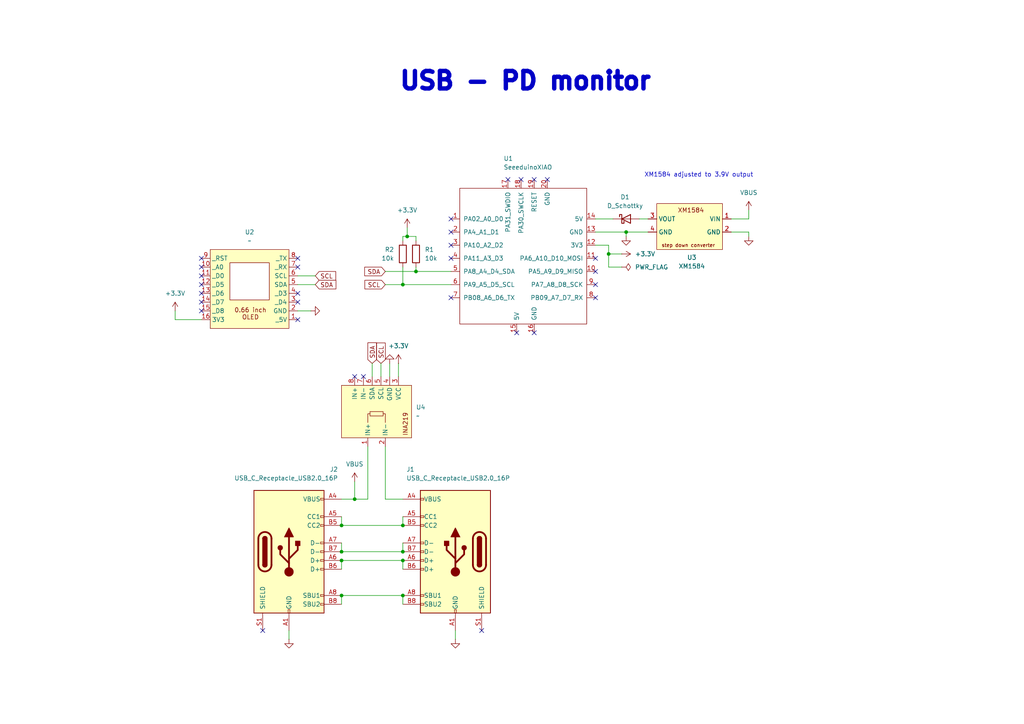
<source format=kicad_sch>
(kicad_sch (version 20250114) (generator "eeschema") (generator_version "9.0")
  (paper "A4")
  (lib_symbols
    (symbol "Connector:USB_C_Receptacle_USB2.0_16P" (pin_names (offset 1.016))
      (property "Reference" "J" (at 0 22.225 0))
      (property "Value" "USB_C_Receptacle_USB2.0_16P" (at 0 19.685 0))
      (symbol "USB_C_Receptacle_USB2.0_16P_0_0"
        (rectangle (start -0.254 -17.78) (end 0.254 -16.764))
        (rectangle (start 10.16 15.494) (end 9.144 14.986))
        (rectangle (start 10.16 10.414) (end 9.144 9.906))
        (rectangle (start 10.16 7.874) (end 9.144 7.366))
        (rectangle (start 10.16 2.794) (end 9.144 2.286))
        (rectangle (start 10.16 0.254) (end 9.144 -0.254))
        (rectangle (start 10.16 -2.286) (end 9.144 -2.794))
        (rectangle (start 10.16 -4.826) (end 9.144 -5.334))
        (rectangle (start 10.16 -12.446) (end 9.144 -12.954))
        (rectangle (start 10.16 -14.986) (end 9.144 -15.494))
      )
      (symbol "USB_C_Receptacle_USB2.0_16P_0_1"
        (rectangle (start -10.16 17.78) (end 10.16 -17.78) (stroke (width 0.254)) (fill (type background)))
        (polyline (pts (xy -8.89 -3.81) (xy -8.89 3.81)) (stroke (width 0.508)))
        (rectangle (start -7.62 -3.81) (end -6.35 3.81) (stroke (width 0.254)) (fill (type outline)))
        (arc (start -7.62 3.81) (mid -6.985 4.4423) (end -6.35 3.81) (stroke (width 0.254)))
        (arc (start -7.62 3.81) (mid -6.985 4.4423) (end -6.35 3.81) (stroke (width 0.254)) (fill (type outline)))
        (arc (start -8.89 3.81) (mid -6.985 5.7067) (end -5.08 3.81) (stroke (width 0.508)))
        (arc (start -5.08 -3.81) (mid -6.985 -5.7067) (end -8.89 -3.81) (stroke (width 0.508)))
        (arc (start -6.35 -3.81) (mid -6.985 -4.4423) (end -7.62 -3.81) (stroke (width 0.254)))
        (arc (start -6.35 -3.81) (mid -6.985 -4.4423) (end -7.62 -3.81) (stroke (width 0.254)) (fill (type outline)))
        (polyline (pts (xy -5.08 3.81) (xy -5.08 -3.81)) (stroke (width 0.508)))
        (circle (center -2.54 1.143) (radius 0.635) (stroke (width 0.254)) (fill (type outline)))
        (polyline (pts (xy -1.27 4.318) (xy 0 6.858) (xy 1.27 4.318) (xy -1.27 4.318)) (stroke (width 0.254)) (fill (type outline)))
        (polyline (pts (xy 0 -2.032) (xy 2.54 0.508) (xy 2.54 1.778)) (stroke (width 0.508)))
        (polyline (pts (xy 0 -3.302) (xy -2.54 -0.762) (xy -2.54 0.508)) (stroke (width 0.508)))
        (polyline (pts (xy 0 -5.842) (xy 0 4.318)) (stroke (width 0.508)))
        (circle (center 0 -5.842) (radius 1.27) (fill (type outline)))
        (rectangle (start 1.905 1.778) (end 3.175 3.048) (stroke (width 0.254)) (fill (type outline)))
      )
      (symbol "USB_C_Receptacle_USB2.0_16P_1_1"
        (pin passive line (at -7.62 -22.86 90) (length 5.08) (name "SHIELD") (number "S1"))
        (pin passive line (at 0 -22.86 90) (length 5.08) (name "GND") (number "A1"))
        (pin passive line (at 0 -22.86 90) (length 5.08) (hide yes) (name "GND") (number "A12"))
        (pin passive line (at 0 -22.86 90) (length 5.08) (hide yes) (name "GND") (number "B1"))
        (pin passive line (at 0 -22.86 90) (length 5.08) (hide yes) (name "GND") (number "B12"))
        (pin passive line (at 15.24 15.24 180) (length 5.08) (name "VBUS") (number "A4"))
        (pin passive line (at 15.24 15.24 180) (length 5.08) (hide yes) (name "VBUS") (number "A9"))
        (pin passive line (at 15.24 15.24 180) (length 5.08) (hide yes) (name "VBUS") (number "B4"))
        (pin passive line (at 15.24 15.24 180) (length 5.08) (hide yes) (name "VBUS") (number "B9"))
        (pin bidirectional line (at 15.24 10.16 180) (length 5.08) (name "CC1") (number "A5"))
        (pin bidirectional line (at 15.24 7.62 180) (length 5.08) (name "CC2") (number "B5"))
        (pin bidirectional line (at 15.24 2.54 180) (length 5.08) (name "D-") (number "A7"))
        (pin bidirectional line (at 15.24 0 180) (length 5.08) (name "D-") (number "B7"))
        (pin bidirectional line (at 15.24 -2.54 180) (length 5.08) (name "D+") (number "A6"))
        (pin bidirectional line (at 15.24 -5.08 180) (length 5.08) (name "D+") (number "B6"))
        (pin bidirectional line (at 15.24 -12.7 180) (length 5.08) (name "SBU1") (number "A8"))
        (pin bidirectional line (at 15.24 -15.24 180) (length 5.08) (name "SBU2") (number "B8"))
      )
    )
    (symbol "Device:D_Schottky" (pin_numbers (hide yes)) (pin_names (offset 1.016) (hide yes))
      (property "Reference" "D" (at 0 2.54 0))
      (property "Value" "D_Schottky" (at 0 -2.54 0))
      (symbol "D_Schottky_0_1"
        (polyline (pts (xy -1.905 0.635) (xy -1.905 1.27) (xy -1.27 1.27) (xy -1.27 -1.27) (xy -0.635 -1.27) (xy -0.635 -0.635)) (stroke (width 0.254)))
        (polyline (pts (xy 1.27 1.27) (xy 1.27 -1.27) (xy -1.27 0) (xy 1.27 1.27)) (stroke (width 0.254)))
        (polyline (pts (xy 1.27 0) (xy -1.27 0)))
      )
      (symbol "D_Schottky_1_1"
        (pin passive line (at -3.81 0 0) (length 2.54) (name "K") (number "1"))
        (pin passive line (at 3.81 0 180) (length 2.54) (name "A") (number "2"))
      )
    )
    (symbol "Device:R" (pin_numbers (hide yes)) (pin_names (offset 0))
      (property "Reference" "R" (at 2.032 0 90))
      (property "Value" "R" (at 0 0 90))
      (symbol "R_0_1"
        (rectangle (start -1.016 -2.54) (end 1.016 2.54) (stroke (width 0.254)))
      )
      (symbol "R_1_1"
        (pin passive line (at 0 3.81 270) (length 1.27) (name "~") (number "1"))
        (pin passive line (at 0 -3.81 90) (length 1.27) (name "~") (number "2"))
      )
    )
    (symbol "New_Library:OLED_0_66"
      (property "Reference" "U" (at 0 13.97 0))
      (symbol "OLED_0_66_1_1"
        (rectangle (start -11.43 11.43) (end 11.43 -11.43) (fill (type background)))
        (rectangle (start -5.715 7.62) (end 5.715 -3.175) (fill (type color) (color 255 255 255 1)))
        (text "0.66 inch\nOLED" (at 0.254 -7.112 0) (effects (font (size 1.27 1.27))))
        (pin input line (at -13.97 8.89 0) (length 2.54) (name "_RST") (number "9"))
        (pin input line (at -13.97 6.35 0) (length 2.54) (name "_A0") (number "10"))
        (pin input line (at -13.97 3.81 0) (length 2.54) (name "_D0") (number "11"))
        (pin input line (at -13.97 1.27 0) (length 2.54) (name "_D5") (number "12"))
        (pin input line (at -13.97 -1.27 0) (length 2.54) (name "_D6") (number "13"))
        (pin input line (at -13.97 -3.81 0) (length 2.54) (name "_D7") (number "14"))
        (pin input line (at -13.97 -6.35 0) (length 2.54) (name "_D8") (number "15"))
        (pin input line (at -13.97 -8.89 0) (length 2.54) (name "3V3") (number "16"))
        (pin input line (at 13.97 8.89 180) (length 2.54) (name "_TX") (number "8"))
        (pin input line (at 13.97 6.35 180) (length 2.54) (name "_RX") (number "7"))
        (pin input line (at 13.97 3.81 180) (length 2.54) (name "SCL") (number "6"))
        (pin input line (at 13.97 1.27 180) (length 2.54) (name "SDA") (number "5"))
        (pin input line (at 13.97 -1.27 180) (length 2.54) (name "_D3") (number "4"))
        (pin input line (at 13.97 -3.81 180) (length 2.54) (name "_D4") (number "3"))
        (pin input line (at 13.97 -6.35 180) (length 2.54) (name "GND") (number "2"))
        (pin input line (at 13.97 -8.89 180) (length 2.54) (name "_5V") (number "1"))
      )
    )
    (symbol "New_Library:XM1584"
      (property "Reference" "U" (at 0 12.192 0))
      (symbol "XM1584_1_1"
        (rectangle (start -8.89 5.715) (end 10.16 -7.62) (fill (type background)))
        (text "XM1584" (at 0.254 3.81 0) (effects (font (size 1.27 1.27))))
        (text "step down converter" (at 1.016 -6.35 0) (effects (font (size 1 1))))
        (pin input line (at -11.43 1.27 0) (length 2.54) (name "VIN") (number "1"))
        (pin input line (at -11.43 -2.54 0) (length 2.54) (name "GND") (number "2"))
        (pin input line (at 12.7 1.27 180) (length 2.54) (name "VOUT") (number "3"))
        (pin input line (at 12.7 -2.54 180) (length 2.54) (name "GND") (number "4"))
      )
    )
    (symbol "New_Library:ina219"
      (property "Reference" "U" (at 0 12.954 0))
      (symbol "ina219_1_1"
        (rectangle (start -7.62 10.16) (end 7.62 -10.16) (fill (type background)))
        (rectangle (start -1.27 1.905) (end 0 -1.905))
        (polyline (pts (xy -0.635 1.905) (xy -0.635 2.54) (xy -3.175 2.54)))
        (polyline (pts (xy -0.635 -1.905) (xy -0.635 -2.54) (xy -3.175 -2.54)))
        (text "INA219" (at -3.556 -8.382 0) (effects (font (size 1.27 1.27))))
        (pin input line (at -10.16 2.54 0) (length 2.54) (name "IN+") (number "1"))
        (pin input line (at -10.16 -2.54 0) (length 2.54) (name "IN-") (number "2"))
        (pin input line (at 10.16 6.35 180) (length 2.54) (name "IN+") (number "8"))
        (pin input line (at 10.16 3.81 180) (length 2.54) (name "IN-") (number "7"))
        (pin input line (at 10.16 1.27 180) (length 2.54) (name "SDA") (number "6"))
        (pin input line (at 10.16 -1.27 180) (length 2.54) (name "SCL") (number "5"))
        (pin input line (at 10.16 -3.81 180) (length 2.54) (name "GND") (number "4"))
        (pin input line (at 10.16 -6.35 180) (length 2.54) (name "VCC") (number "3"))
      )
    )
    (symbol "Seeeduino XIAO:SeeeduinoXIAO" (pin_names (offset 1.016))
      (property "Reference" "U" (at -19.05 22.86 0))
      (property "Value" "SeeeduinoXIAO" (at -12.7 21.59 0))
      (symbol "SeeeduinoXIAO_0_1"
        (rectangle (start -19.05 20.32) (end 17.78 -19.05))
      )
      (symbol "SeeeduinoXIAO_1_1"
        (pin unspecified line (at -21.59 11.43 0) (length 2.54) (name "PA02_A0_D0") (number "1"))
        (pin unspecified line (at -21.59 7.62 0) (length 2.54) (name "PA4_A1_D1") (number "2"))
        (pin unspecified line (at -21.59 3.81 0) (length 2.54) (name "PA10_A2_D2") (number "3"))
        (pin unspecified line (at -21.59 0 0) (length 2.54) (name "PA11_A3_D3") (number "4"))
        (pin unspecified line (at -21.59 -3.81 0) (length 2.54) (name "PA8_A4_D4_SDA") (number "5"))
        (pin unspecified line (at -21.59 -7.62 0) (length 2.54) (name "PA9_A5_D5_SCL") (number "6"))
        (pin unspecified line (at -21.59 -11.43 0) (length 2.54) (name "PB08_A6_D6_TX") (number "7"))
        (pin input line (at -5.08 22.86 270) (length 2.54) (name "PA31_SWDIO") (number "17"))
        (pin input line (at -2.54 -21.59 90) (length 2.54) (name "5V") (number "15"))
        (pin input line (at -1.27 22.86 270) (length 2.54) (name "PA30_SWCLK") (number "18"))
        (pin input line (at 2.54 22.86 270) (length 2.54) (name "RESET") (number "19"))
        (pin input line (at 2.54 -21.59 90) (length 2.54) (name "GND") (number "16"))
        (pin input line (at 6.35 22.86 270) (length 2.54) (name "GND") (number "20"))
        (pin unspecified line (at 20.32 11.43 180) (length 2.54) (name "5V") (number "14"))
        (pin unspecified line (at 20.32 7.62 180) (length 2.54) (name "GND") (number "13"))
        (pin unspecified line (at 20.32 3.81 180) (length 2.54) (name "3V3") (number "12"))
        (pin unspecified line (at 20.32 0 180) (length 2.54) (name "PA6_A10_D10_MOSI") (number "11"))
        (pin unspecified line (at 20.32 -3.81 180) (length 2.54) (name "PA5_A9_D9_MISO") (number "10"))
        (pin unspecified line (at 20.32 -7.62 180) (length 2.54) (name "PA7_A8_D8_SCK") (number "9"))
        (pin unspecified line (at 20.32 -11.43 180) (length 2.54) (name "PB09_A7_D7_RX") (number "8"))
      )
    )
    (symbol "power:+3.3V" (power) (pin_numbers (hide yes)) (pin_names (offset 0) (hide yes))
      (property "Value" "+3.3V" (at 0 3.556 0))
      (symbol "+3.3V_0_1"
        (polyline (pts (xy -0.762 1.27) (xy 0 2.54)))
        (polyline (pts (xy 0 2.54) (xy 0.762 1.27)))
        (polyline (pts (xy 0 0) (xy 0 2.54)))
      )
      (symbol "+3.3V_1_1"
        (pin power_in line (at 0 0 90) (length 0) (name "~") (number "1"))
      )
    )
    (symbol "power:GND" (power) (pin_numbers (hide yes)) (pin_names (offset 0) (hide yes))
      (property "Value" "GND" (at 0 -3.81 0))
      (symbol "GND_0_1"
        (polyline (pts (xy 0 0) (xy 0 -1.27) (xy 1.27 -1.27) (xy 0 -2.54) (xy -1.27 -1.27) (xy 0 -1.27)))
      )
      (symbol "GND_1_1"
        (pin power_in line (at 0 0 270) (length 0) (name "~") (number "1"))
      )
    )
    (symbol "power:PWR_FLAG" (power) (pin_numbers (hide yes)) (pin_names (offset 0) (hide yes))
      (property "Value" "PWR_FLAG" (at 0 3.81 0))
      (symbol "PWR_FLAG_0_0"
        (pin power_out line (at 0 0 90) (length 0) (name "~") (number "1"))
      )
      (symbol "PWR_FLAG_0_1"
        (polyline (pts (xy 0 0) (xy 0 1.27) (xy -1.016 1.905) (xy 0 2.54) (xy 1.016 1.905) (xy 0 1.27)))
      )
    )
    (symbol "power:VBUS" (power) (pin_numbers (hide yes)) (pin_names (offset 0) (hide yes))
      (property "Value" "VBUS" (at 0 3.556 0))
      (symbol "VBUS_0_1"
        (polyline (pts (xy -0.762 1.27) (xy 0 2.54)))
        (polyline (pts (xy 0 2.54) (xy 0.762 1.27)))
        (polyline (pts (xy 0 0) (xy 0 2.54)))
      )
      (symbol "VBUS_1_1"
        (pin power_in line (at 0 0 90) (length 0) (name "~") (number "1"))
      )
    )
  )
  (text "USB - PD monitor" (at 152.4 23.622 0) (effects (font (size 5.08 5.08) (thickness 10.16) (bold yes))))
  (text "XM1584 adjusted to 3.9V output" (at 202.692 50.8 0) (effects (font (size 1.27 1.27))))
  (junction (at 99.06 160.02))
  (junction (at 181.61 67.31))
  (junction (at 176.53 73.66))
  (junction (at 99.06 152.4))
  (junction (at 116.84 160.02))
  (junction (at 120.65 78.74))
  (junction (at 116.84 82.55))
  (junction (at 102.87 144.78))
  (junction (at 116.84 152.4))
  (junction (at 99.06 172.72))
  (junction (at 118.11 68.58))
  (junction (at 116.84 172.72))
  (junction (at 99.06 162.56))
  (junction (at 116.84 162.56))
  (no_connect (at 58.42 85.09))
  (no_connect (at 130.81 74.93))
  (no_connect (at 147.32 52.07))
  (no_connect (at 172.72 86.36))
  (no_connect (at 86.36 77.47))
  (no_connect (at 172.72 74.93))
  (no_connect (at 58.42 80.01))
  (no_connect (at 86.36 74.93))
  (no_connect (at 130.81 63.5))
  (no_connect (at 86.36 85.09))
  (no_connect (at 86.36 87.63))
  (no_connect (at 149.86 96.52))
  (no_connect (at 130.81 71.12))
  (no_connect (at 151.13 52.07))
  (no_connect (at 139.7 182.88))
  (no_connect (at 58.42 74.93))
  (no_connect (at 154.94 52.07))
  (no_connect (at 172.72 82.55))
  (no_connect (at 58.42 90.17))
  (no_connect (at 158.75 52.07))
  (no_connect (at 58.42 87.63))
  (no_connect (at 58.42 82.55))
  (no_connect (at 58.42 77.47))
  (no_connect (at 172.72 78.74))
  (no_connect (at 102.87 109.22))
  (no_connect (at 154.94 96.52))
  (no_connect (at 105.41 109.22))
  (no_connect (at 130.81 67.31))
  (no_connect (at 86.36 92.71))
  (no_connect (at 130.81 86.36))
  (no_connect (at 76.2 182.88))
  (wire (pts (xy 116.84 82.55) (xy 130.81 82.55)))
  (wire (pts (xy 86.36 90.17) (xy 90.17 90.17)))
  (wire (pts (xy 181.61 67.31) (xy 181.61 68.58)))
  (wire (pts (xy 111.76 82.55) (xy 116.84 82.55)))
  (wire (pts (xy 118.11 66.04) (xy 118.11 68.58)))
  (wire (pts (xy 83.82 182.88) (xy 83.82 185.42)))
  (wire (pts (xy 180.34 77.47) (xy 176.53 77.47)))
  (wire (pts (xy 107.95 105.41) (xy 107.95 109.22)))
  (wire (pts (xy 120.65 68.58) (xy 120.65 69.85)))
  (wire (pts (xy 99.06 152.4) (xy 116.84 152.4)))
  (wire (pts (xy 116.84 149.86) (xy 116.84 152.4)))
  (wire (pts (xy 172.72 63.5) (xy 177.8 63.5)))
  (wire (pts (xy 116.84 172.72) (xy 116.84 175.26)))
  (wire (pts (xy 120.65 78.74) (xy 130.81 78.74)))
  (wire (pts (xy 172.72 67.31) (xy 181.61 67.31)))
  (wire (pts (xy 110.49 105.41) (xy 110.49 109.22)))
  (wire (pts (xy 116.84 144.78) (xy 111.76 144.78)))
  (wire (pts (xy 99.06 157.48) (xy 99.06 160.02)))
  (wire (pts (xy 217.17 67.31) (xy 217.17 68.58)))
  (wire (pts (xy 102.87 139.7) (xy 102.87 144.78)))
  (wire (pts (xy 176.53 73.66) (xy 180.34 73.66)))
  (wire (pts (xy 120.65 77.47) (xy 120.65 78.74)))
  (wire (pts (xy 185.42 63.5) (xy 187.96 63.5)))
  (wire (pts (xy 111.76 144.78) (xy 111.76 129.54)))
  (wire (pts (xy 99.06 172.72) (xy 116.84 172.72)))
  (wire (pts (xy 181.61 67.31) (xy 187.96 67.31)))
  (wire (pts (xy 99.06 172.72) (xy 99.06 175.26)))
  (wire (pts (xy 116.84 77.47) (xy 116.84 82.55)))
  (wire (pts (xy 116.84 162.56) (xy 116.84 165.1)))
  (wire (pts (xy 116.84 69.85) (xy 116.84 68.58)))
  (wire (pts (xy 50.8 90.17) (xy 50.8 92.71)))
  (wire (pts (xy 115.57 105.41) (xy 115.57 109.22)))
  (wire (pts (xy 86.36 82.55) (xy 91.44 82.55)))
  (wire (pts (xy 217.17 63.5) (xy 212.09 63.5)))
  (wire (pts (xy 106.68 144.78) (xy 106.68 129.54)))
  (wire (pts (xy 99.06 144.78) (xy 102.87 144.78)))
  (wire (pts (xy 99.06 162.56) (xy 99.06 165.1)))
  (wire (pts (xy 99.06 149.86) (xy 99.06 152.4)))
  (wire (pts (xy 99.06 160.02) (xy 116.84 160.02)))
  (wire (pts (xy 212.09 67.31) (xy 217.17 67.31)))
  (wire (pts (xy 111.76 78.74) (xy 120.65 78.74)))
  (wire (pts (xy 118.11 68.58) (xy 120.65 68.58)))
  (wire (pts (xy 116.84 68.58) (xy 118.11 68.58)))
  (wire (pts (xy 50.8 92.71) (xy 58.42 92.71)))
  (wire (pts (xy 176.53 71.12) (xy 176.53 73.66)))
  (wire (pts (xy 102.87 144.78) (xy 106.68 144.78)))
  (wire (pts (xy 172.72 71.12) (xy 176.53 71.12)))
  (wire (pts (xy 116.84 157.48) (xy 116.84 160.02)))
  (wire (pts (xy 99.06 162.56) (xy 116.84 162.56)))
  (wire (pts (xy 86.36 80.01) (xy 91.44 80.01)))
  (wire (pts (xy 132.08 182.88) (xy 132.08 185.42)))
  (wire (pts (xy 176.53 77.47) (xy 176.53 73.66)))
  (wire (pts (xy 217.17 60.96) (xy 217.17 63.5)))
  (wire (pts (xy 113.03 105.41) (xy 113.03 109.22)))
  (global_label "SDA" (shape input) (at 107.95 105.41 90) (property "Intersheetrefs" "${INTERSHEET_REFS}" (effects (hide yes))))
  (global_label "SDA" (shape input) (at 111.76 78.74 180) (property "Intersheetrefs" "${INTERSHEET_REFS}" (effects (hide yes))))
  (global_label "SCL" (shape input) (at 111.76 82.55 180) (property "Intersheetrefs" "${INTERSHEET_REFS}" (effects (hide yes))))
  (global_label "SDA" (shape input) (at 91.44 82.55 0) (property "Intersheetrefs" "${INTERSHEET_REFS}" (effects (hide yes))))
  (global_label "SCL" (shape input) (at 91.44 80.01 0) (property "Intersheetrefs" "${INTERSHEET_REFS}" (effects (hide yes))))
  (global_label "SCL" (shape input) (at 110.49 105.41 90) (property "Intersheetrefs" "${INTERSHEET_REFS}" (effects (hide yes))))
  (symbol (lib_id "power:+3.3V") (at 118.11 66.04 0) (unit 1)
    (property "Reference" "#PWR01" (effects (hide yes)))
    (property "Value" "+3.3V" (at 118.11 60.96 0))
    (property "Description" "Power symbol creates a global label with name \"+3.3V\"" (effects (hide yes)))
  )
  (symbol (lib_id "Seeeduino XIAO:SeeeduinoXIAO") (at 152.4 74.93 0) (unit 1)
    (property "Reference" "U1" (at 146.05 45.974 0) (effects (justify left)))
    (property "Value" "SeeeduinoXIAO" (at 146.05 48.514 0) (effects (justify left)))
  )
  (symbol (lib_id "power:+3.3V") (at 115.57 105.41 0) (unit 1)
    (property "Reference" "#PWR012" (effects (hide yes)))
    (property "Value" "+3.3V" (at 115.57 100.33 0))
    (property "Description" "Power symbol creates a global label with name \"+3.3V\"" (effects (hide yes)))
  )
  (symbol (lib_id "Device:D_Schottky") (at 181.61 63.5 0) (unit 1)
    (property "Reference" "D1" (at 181.2925 57.15 0))
    (property "Value" "D_Schottky" (at 181.2925 59.69 0))
    (property "Description" "Schottky diode" (effects (hide yes)))
  )
  (symbol (lib_id "New_Library:OLED_0_66") (at 72.39 83.82 0) (unit 1)
    (property "Reference" "U2" (at 72.39 67.31 0))
    (property "Value" "~" (at 72.39 69.85 0))
  )
  (symbol (lib_id "New_Library:ina219") (at 109.22 119.38 90) (unit 1)
    (property "Reference" "U4" (at 120.65 118.1099 90) (effects (justify right)))
    (property "Value" "~" (at 120.65 120.6499 90) (effects (justify right)))
  )
  (symbol (lib_id "power:GND") (at 83.82 185.42 0) (unit 1)
    (property "Reference" "#PWR09" (effects (hide yes)))
    (property "Value" "GND" (effects (hide yes)))
    (property "Description" "Power symbol creates a global label with name \"GND\" , ground" (effects (hide yes)))
  )
  (symbol (lib_id "power:GND") (at 217.17 68.58 0) (unit 1)
    (property "Reference" "#PWR03" (effects (hide yes)))
    (property "Value" "GND" (effects (hide yes)))
    (property "Description" "Power symbol creates a global label with name \"GND\" , ground" (effects (hide yes)))
  )
  (symbol (lib_id "power:VBUS") (at 102.87 139.7 0) (unit 1)
    (property "Reference" "#PWR010" (effects (hide yes)))
    (property "Value" "VBUS" (at 102.87 134.62 0))
    (property "Description" "Power symbol creates a global label with name \"VBUS\"" (effects (hide yes)))
  )
  (symbol (lib_id "Connector:USB_C_Receptacle_USB2.0_16P") (at 132.08 160.02 0) (mirror y) (unit 1)
    (property "Reference" "J1" (at 117.856 136.144 0) (effects (justify right)))
    (property "Value" "USB_C_Receptacle_USB2.0_16P" (at 117.856 138.684 0) (effects (justify right)))
    (property "Footprint" "my_footprints:USB_C_Receptacle" (effects (hide yes)))
    (property "Datasheet" "https://www.usb.org/sites/default/files/documents/usb_type-c.zip" (effects (hide yes)))
    (property "Description" "USB 2.0-only 16P Type-C Receptacle connector" (effects (hide yes)))
    (property "LCSC" "C709357" (effects (hide yes)))
  )
  (symbol (lib_id "power:VBUS") (at 217.17 60.96 0) (unit 1)
    (property "Reference" "#PWR06" (effects (hide yes)))
    (property "Value" "VBUS" (at 217.17 55.88 0))
    (property "Description" "Power symbol creates a global label with name \"VBUS\"" (effects (hide yes)))
  )
  (symbol (lib_id "Device:R") (at 120.65 73.66 0) (unit 1)
    (property "Reference" "R1" (at 123.19 72.3899 0) (effects (justify left)))
    (property "Value" "10k" (at 123.19 74.9299 0) (effects (justify left)))
    (property "Description" "Resistor" (effects (hide yes)))
  )
  (symbol (lib_id "Connector:USB_C_Receptacle_USB2.0_16P") (at 83.82 160.02 0) (unit 1)
    (property "Reference" "J2" (at 98.044 136.144 0) (effects (justify right)))
    (property "Value" "USB_C_Receptacle_USB2.0_16P" (at 98.044 138.684 0) (effects (justify right)))
    (property "Footprint" "my_footprints:USB_C_Receptacle" (effects (hide yes)))
    (property "Datasheet" "https://www.usb.org/sites/default/files/documents/usb_type-c.zip" (effects (hide yes)))
    (property "Description" "USB 2.0-only 16P Type-C Receptacle connector" (effects (hide yes)))
    (property "LCSC" "C709357" (effects (hide yes)))
  )
  (symbol (lib_id "power:+3.3V") (at 50.8 90.17 0) (unit 1)
    (property "Reference" "#PWR08" (effects (hide yes)))
    (property "Value" "+3.3V" (at 50.8 85.09 0))
    (property "Description" "Power symbol creates a global label with name \"+3.3V\"" (effects (hide yes)))
  )
  (symbol (lib_id "power:GND") (at 181.61 68.58 0) (unit 1)
    (property "Reference" "#PWR05" (effects (hide yes)))
    (property "Value" "GND" (effects (hide yes)))
    (property "Description" "Power symbol creates a global label with name \"GND\" , ground" (effects (hide yes)))
  )
  (symbol (lib_id "Device:R") (at 116.84 73.66 0) (mirror y) (unit 1)
    (property "Reference" "R2" (at 114.3 72.3899 0) (effects (justify left)))
    (property "Value" "10k" (at 114.3 74.9299 0) (effects (justify left)))
    (property "Description" "Resistor" (effects (hide yes)))
  )
  (symbol (lib_id "power:+3.3V") (at 180.34 73.66 270) (unit 1)
    (property "Reference" "#PWR02" (effects (hide yes)))
    (property "Value" "+3.3V" (at 184.15 73.6599 90) (effects (justify left)))
    (property "Description" "Power symbol creates a global label with name \"+3.3V\"" (effects (hide yes)))
  )
  (symbol (lib_id "power:PWR_FLAG") (at 180.34 77.47 270) (unit 1)
    (property "Reference" "#FLG01" (effects (hide yes)))
    (property "Value" "PWR_FLAG" (at 184.15 77.4699 90) (effects (justify left)))
    (property "Description" "Special symbol for telling ERC where power comes from" (effects (hide yes)))
  )
  (symbol (lib_id "power:GND") (at 90.17 90.17 90) (unit 1)
    (property "Reference" "#PWR07" (effects (hide yes)))
    (property "Value" "GND" (effects (hide yes)))
    (property "Description" "Power symbol creates a global label with name \"GND\" , ground" (effects (hide yes)))
  )
  (symbol (lib_id "power:GND") (at 132.08 185.42 0) (unit 1)
    (property "Reference" "#PWR04" (effects (hide yes)))
    (property "Value" "GND" (effects (hide yes)))
    (property "Description" "Power symbol creates a global label with name \"GND\" , ground" (effects (hide yes)))
  )
  (symbol (lib_id "New_Library:XM1584") (at 200.66 64.77 0) (mirror y) (unit 1)
    (property "Reference" "U3" (at 200.66 74.676 0))
    (property "Value" "XM1584" (at 200.66 77.216 0))
  )
  (symbol (lib_id "power:GND") (at 113.03 105.41 180) (unit 1)
    (property "Reference" "#PWR011" (effects (hide yes)))
    (property "Value" "GND" (effects (hide yes)))
    (property "Description" "Power symbol creates a global label with name \"GND\" , ground" (effects (hide yes)))
  )
)
</source>
